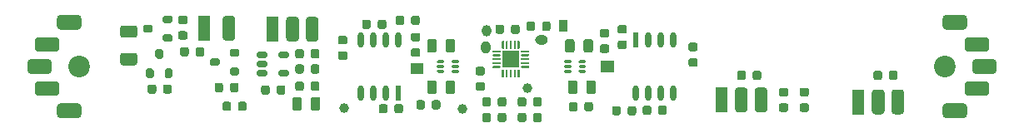
<source format=gbs>
%TF.GenerationSoftware,KiCad,Pcbnew,5.1.10-88a1d61d58~90~ubuntu20.04.1*%
%TF.CreationDate,2021-10-17T13:06:20+02:00*%
%TF.ProjectId,LightSTICK,4c696768-7453-4544-9943-4b2e6b696361,rev?*%
%TF.SameCoordinates,Original*%
%TF.FileFunction,Soldermask,Bot*%
%TF.FilePolarity,Negative*%
%FSLAX46Y46*%
G04 Gerber Fmt 4.6, Leading zero omitted, Abs format (unit mm)*
G04 Created by KiCad (PCBNEW 5.1.10-88a1d61d58~90~ubuntu20.04.1) date 2021-10-17 13:06:20*
%MOMM*%
%LPD*%
G01*
G04 APERTURE LIST*
%ADD10C,0.100000*%
%ADD11O,0.599440X1.549400*%
%ADD12R,0.599440X1.549400*%
%ADD13O,1.000000X1.300000*%
%ADD14C,1.000000*%
%ADD15O,1.300000X1.000000*%
%ADD16O,1.000000X1.150000*%
%ADD17R,1.700000X1.700000*%
%ADD18R,1.300000X2.540000*%
%ADD19C,2.200000*%
G04 APERTURE END LIST*
D10*
G36*
X95550000Y-52900000D02*
G01*
X94800000Y-52900000D01*
X94800000Y-51750000D01*
X95550000Y-51750000D01*
X95550000Y-52900000D01*
G37*
X95550000Y-52900000D02*
X94800000Y-52900000D01*
X94800000Y-51750000D01*
X95550000Y-51750000D01*
X95550000Y-52900000D01*
G36*
X100300000Y-57000000D02*
G01*
X99000000Y-57000000D01*
X99000000Y-55900000D01*
X100300000Y-55900000D01*
X100300000Y-57000000D01*
G37*
X100300000Y-57000000D02*
X99000000Y-57000000D01*
X99000000Y-55900000D01*
X100300000Y-55900000D01*
X100300000Y-57000000D01*
G36*
X80900000Y-57200000D02*
G01*
X79700000Y-57200000D01*
X79700000Y-56200000D01*
X80900000Y-56200000D01*
X80900000Y-57200000D01*
G37*
X80900000Y-57200000D02*
X79700000Y-57200000D01*
X79700000Y-56200000D01*
X80900000Y-56200000D01*
X80900000Y-57200000D01*
%TO.C,R1*%
G36*
G01*
X91475000Y-52656250D02*
X91475000Y-52143750D01*
G75*
G02*
X91693750Y-51925000I218750J0D01*
G01*
X92131250Y-51925000D01*
G75*
G02*
X92350000Y-52143750I0J-218750D01*
G01*
X92350000Y-52656250D01*
G75*
G02*
X92131250Y-52875000I-218750J0D01*
G01*
X91693750Y-52875000D01*
G75*
G02*
X91475000Y-52656250I0J218750D01*
G01*
G37*
G36*
G01*
X93050000Y-52656250D02*
X93050000Y-52143750D01*
G75*
G02*
X93268750Y-51925000I218750J0D01*
G01*
X93706250Y-51925000D01*
G75*
G02*
X93925000Y-52143750I0J-218750D01*
G01*
X93925000Y-52656250D01*
G75*
G02*
X93706250Y-52875000I-218750J0D01*
G01*
X93268750Y-52875000D01*
G75*
G02*
X93050000Y-52656250I0J218750D01*
G01*
G37*
%TD*%
D11*
%TO.C,U4*%
X102595000Y-59197480D03*
X103865000Y-59197480D03*
X105135000Y-59197480D03*
X106405000Y-59197480D03*
X106405000Y-53802520D03*
X105135000Y-53802520D03*
X103865000Y-53802520D03*
D12*
X102595000Y-53802520D03*
%TD*%
D13*
%TO.C,J17*%
X87300000Y-54550000D03*
%TD*%
D14*
%TO.C,J19*%
X91550000Y-58700000D03*
%TD*%
D15*
%TO.C,J15*%
X93000000Y-53800000D03*
%TD*%
D16*
%TO.C,J16*%
X87400000Y-52850000D03*
%TD*%
D14*
%TO.C,J18*%
X72950000Y-60700000D03*
%TD*%
%TO.C,IC1*%
G36*
G01*
X66270000Y-57362500D02*
X66270000Y-57037500D01*
G75*
G02*
X66432500Y-56875000I162500J0D01*
G01*
X67167500Y-56875000D01*
G75*
G02*
X67330000Y-57037500I0J-162500D01*
G01*
X67330000Y-57362500D01*
G75*
G02*
X67167500Y-57525000I-162500J0D01*
G01*
X66432500Y-57525000D01*
G75*
G02*
X66270000Y-57362500I0J162500D01*
G01*
G37*
G36*
G01*
X66270000Y-55462500D02*
X66270000Y-55137500D01*
G75*
G02*
X66432500Y-54975000I162500J0D01*
G01*
X67167500Y-54975000D01*
G75*
G02*
X67330000Y-55137500I0J-162500D01*
G01*
X67330000Y-55462500D01*
G75*
G02*
X67167500Y-55625000I-162500J0D01*
G01*
X66432500Y-55625000D01*
G75*
G02*
X66270000Y-55462500I0J162500D01*
G01*
G37*
G36*
G01*
X64070000Y-55462500D02*
X64070000Y-55137500D01*
G75*
G02*
X64232500Y-54975000I162500J0D01*
G01*
X64967500Y-54975000D01*
G75*
G02*
X65130000Y-55137500I0J-162500D01*
G01*
X65130000Y-55462500D01*
G75*
G02*
X64967500Y-55625000I-162500J0D01*
G01*
X64232500Y-55625000D01*
G75*
G02*
X64070000Y-55462500I0J162500D01*
G01*
G37*
G36*
G01*
X64070000Y-56412500D02*
X64070000Y-56087500D01*
G75*
G02*
X64232500Y-55925000I162500J0D01*
G01*
X64967500Y-55925000D01*
G75*
G02*
X65130000Y-56087500I0J-162500D01*
G01*
X65130000Y-56412500D01*
G75*
G02*
X64967500Y-56575000I-162500J0D01*
G01*
X64232500Y-56575000D01*
G75*
G02*
X64070000Y-56412500I0J162500D01*
G01*
G37*
G36*
G01*
X64070000Y-57362500D02*
X64070000Y-57037500D01*
G75*
G02*
X64232500Y-56875000I162500J0D01*
G01*
X64967500Y-56875000D01*
G75*
G02*
X65130000Y-57037500I0J-162500D01*
G01*
X65130000Y-57362500D01*
G75*
G02*
X64967500Y-57525000I-162500J0D01*
G01*
X64232500Y-57525000D01*
G75*
G02*
X64070000Y-57362500I0J162500D01*
G01*
G37*
%TD*%
%TO.C,R23*%
G36*
G01*
X67675000Y-60756250D02*
X67675000Y-59843750D01*
G75*
G02*
X67918750Y-59600000I243750J0D01*
G01*
X68406250Y-59600000D01*
G75*
G02*
X68650000Y-59843750I0J-243750D01*
G01*
X68650000Y-60756250D01*
G75*
G02*
X68406250Y-61000000I-243750J0D01*
G01*
X67918750Y-61000000D01*
G75*
G02*
X67675000Y-60756250I0J243750D01*
G01*
G37*
G36*
G01*
X69550000Y-60756250D02*
X69550000Y-59843750D01*
G75*
G02*
X69793750Y-59600000I243750J0D01*
G01*
X70281250Y-59600000D01*
G75*
G02*
X70525000Y-59843750I0J-243750D01*
G01*
X70525000Y-60756250D01*
G75*
G02*
X70281250Y-61000000I-243750J0D01*
G01*
X69793750Y-61000000D01*
G75*
G02*
X69550000Y-60756250I0J243750D01*
G01*
G37*
%TD*%
%TO.C,R22*%
G36*
G01*
X115325000Y-57143750D02*
X115325000Y-57656250D01*
G75*
G02*
X115106250Y-57875000I-218750J0D01*
G01*
X114668750Y-57875000D01*
G75*
G02*
X114450000Y-57656250I0J218750D01*
G01*
X114450000Y-57143750D01*
G75*
G02*
X114668750Y-56925000I218750J0D01*
G01*
X115106250Y-56925000D01*
G75*
G02*
X115325000Y-57143750I0J-218750D01*
G01*
G37*
G36*
G01*
X113750000Y-57143750D02*
X113750000Y-57656250D01*
G75*
G02*
X113531250Y-57875000I-218750J0D01*
G01*
X113093750Y-57875000D01*
G75*
G02*
X112875000Y-57656250I0J218750D01*
G01*
X112875000Y-57143750D01*
G75*
G02*
X113093750Y-56925000I218750J0D01*
G01*
X113531250Y-56925000D01*
G75*
G02*
X113750000Y-57143750I0J-218750D01*
G01*
G37*
%TD*%
%TO.C,R21*%
G36*
G01*
X129175000Y-57143750D02*
X129175000Y-57656250D01*
G75*
G02*
X128956250Y-57875000I-218750J0D01*
G01*
X128518750Y-57875000D01*
G75*
G02*
X128300000Y-57656250I0J218750D01*
G01*
X128300000Y-57143750D01*
G75*
G02*
X128518750Y-56925000I218750J0D01*
G01*
X128956250Y-56925000D01*
G75*
G02*
X129175000Y-57143750I0J-218750D01*
G01*
G37*
G36*
G01*
X127600000Y-57143750D02*
X127600000Y-57656250D01*
G75*
G02*
X127381250Y-57875000I-218750J0D01*
G01*
X126943750Y-57875000D01*
G75*
G02*
X126725000Y-57656250I0J218750D01*
G01*
X126725000Y-57143750D01*
G75*
G02*
X126943750Y-56925000I218750J0D01*
G01*
X127381250Y-56925000D01*
G75*
G02*
X127600000Y-57143750I0J-218750D01*
G01*
G37*
%TD*%
%TO.C,R20*%
G36*
G01*
X55425000Y-58543750D02*
X55425000Y-59056250D01*
G75*
G02*
X55206250Y-59275000I-218750J0D01*
G01*
X54768750Y-59275000D01*
G75*
G02*
X54550000Y-59056250I0J218750D01*
G01*
X54550000Y-58543750D01*
G75*
G02*
X54768750Y-58325000I218750J0D01*
G01*
X55206250Y-58325000D01*
G75*
G02*
X55425000Y-58543750I0J-218750D01*
G01*
G37*
G36*
G01*
X53850000Y-58543750D02*
X53850000Y-59056250D01*
G75*
G02*
X53631250Y-59275000I-218750J0D01*
G01*
X53193750Y-59275000D01*
G75*
G02*
X52975000Y-59056250I0J218750D01*
G01*
X52975000Y-58543750D01*
G75*
G02*
X53193750Y-58325000I218750J0D01*
G01*
X53631250Y-58325000D01*
G75*
G02*
X53850000Y-58543750I0J-218750D01*
G01*
G37*
%TD*%
%TO.C,R19*%
G36*
G01*
X64512500Y-59156250D02*
X64512500Y-58643750D01*
G75*
G02*
X64731250Y-58425000I218750J0D01*
G01*
X65168750Y-58425000D01*
G75*
G02*
X65387500Y-58643750I0J-218750D01*
G01*
X65387500Y-59156250D01*
G75*
G02*
X65168750Y-59375000I-218750J0D01*
G01*
X64731250Y-59375000D01*
G75*
G02*
X64512500Y-59156250I0J218750D01*
G01*
G37*
G36*
G01*
X66087500Y-59156250D02*
X66087500Y-58643750D01*
G75*
G02*
X66306250Y-58425000I218750J0D01*
G01*
X66743750Y-58425000D01*
G75*
G02*
X66962500Y-58643750I0J-218750D01*
G01*
X66962500Y-59156250D01*
G75*
G02*
X66743750Y-59375000I-218750J0D01*
G01*
X66306250Y-59375000D01*
G75*
G02*
X66087500Y-59156250I0J218750D01*
G01*
G37*
%TD*%
%TO.C,R18*%
G36*
G01*
X60575000Y-60806250D02*
X60575000Y-60293750D01*
G75*
G02*
X60793750Y-60075000I218750J0D01*
G01*
X61231250Y-60075000D01*
G75*
G02*
X61450000Y-60293750I0J-218750D01*
G01*
X61450000Y-60806250D01*
G75*
G02*
X61231250Y-61025000I-218750J0D01*
G01*
X60793750Y-61025000D01*
G75*
G02*
X60575000Y-60806250I0J218750D01*
G01*
G37*
G36*
G01*
X62150000Y-60806250D02*
X62150000Y-60293750D01*
G75*
G02*
X62368750Y-60075000I218750J0D01*
G01*
X62806250Y-60075000D01*
G75*
G02*
X63025000Y-60293750I0J-218750D01*
G01*
X63025000Y-60806250D01*
G75*
G02*
X62806250Y-61025000I-218750J0D01*
G01*
X62368750Y-61025000D01*
G75*
G02*
X62150000Y-60806250I0J218750D01*
G01*
G37*
%TD*%
%TO.C,Q4*%
G36*
G01*
X55300000Y-57700000D02*
X54900000Y-57700000D01*
G75*
G02*
X54700000Y-57500000I0J200000D01*
G01*
X54700000Y-56900000D01*
G75*
G02*
X54900000Y-56700000I200000J0D01*
G01*
X55300000Y-56700000D01*
G75*
G02*
X55500000Y-56900000I0J-200000D01*
G01*
X55500000Y-57500000D01*
G75*
G02*
X55300000Y-57700000I-200000J0D01*
G01*
G37*
G36*
G01*
X53400000Y-57700000D02*
X53000000Y-57700000D01*
G75*
G02*
X52800000Y-57500000I0J200000D01*
G01*
X52800000Y-56900000D01*
G75*
G02*
X53000000Y-56700000I200000J0D01*
G01*
X53400000Y-56700000D01*
G75*
G02*
X53600000Y-56900000I0J-200000D01*
G01*
X53600000Y-57500000D01*
G75*
G02*
X53400000Y-57700000I-200000J0D01*
G01*
G37*
G36*
G01*
X54350000Y-55700000D02*
X53950000Y-55700000D01*
G75*
G02*
X53750000Y-55500000I0J200000D01*
G01*
X53750000Y-54900000D01*
G75*
G02*
X53950000Y-54700000I200000J0D01*
G01*
X54350000Y-54700000D01*
G75*
G02*
X54550000Y-54900000I0J-200000D01*
G01*
X54550000Y-55500000D01*
G75*
G02*
X54350000Y-55700000I-200000J0D01*
G01*
G37*
%TD*%
%TO.C,Q3*%
G36*
G01*
X55500000Y-51500000D02*
X55500000Y-51900000D01*
G75*
G02*
X55300000Y-52100000I-200000J0D01*
G01*
X54700000Y-52100000D01*
G75*
G02*
X54500000Y-51900000I0J200000D01*
G01*
X54500000Y-51500000D01*
G75*
G02*
X54700000Y-51300000I200000J0D01*
G01*
X55300000Y-51300000D01*
G75*
G02*
X55500000Y-51500000I0J-200000D01*
G01*
G37*
G36*
G01*
X55500000Y-53400000D02*
X55500000Y-53800000D01*
G75*
G02*
X55300000Y-54000000I-200000J0D01*
G01*
X54700000Y-54000000D01*
G75*
G02*
X54500000Y-53800000I0J200000D01*
G01*
X54500000Y-53400000D01*
G75*
G02*
X54700000Y-53200000I200000J0D01*
G01*
X55300000Y-53200000D01*
G75*
G02*
X55500000Y-53400000I0J-200000D01*
G01*
G37*
G36*
G01*
X53500000Y-52450000D02*
X53500000Y-52850000D01*
G75*
G02*
X53300000Y-53050000I-200000J0D01*
G01*
X52700000Y-53050000D01*
G75*
G02*
X52500000Y-52850000I0J200000D01*
G01*
X52500000Y-52450000D01*
G75*
G02*
X52700000Y-52250000I200000J0D01*
G01*
X53300000Y-52250000D01*
G75*
G02*
X53500000Y-52450000I0J-200000D01*
G01*
G37*
%TD*%
%TO.C,C16*%
G36*
G01*
X67975000Y-58756250D02*
X67975000Y-58243750D01*
G75*
G02*
X68193750Y-58025000I218750J0D01*
G01*
X68631250Y-58025000D01*
G75*
G02*
X68850000Y-58243750I0J-218750D01*
G01*
X68850000Y-58756250D01*
G75*
G02*
X68631250Y-58975000I-218750J0D01*
G01*
X68193750Y-58975000D01*
G75*
G02*
X67975000Y-58756250I0J218750D01*
G01*
G37*
G36*
G01*
X69550000Y-58756250D02*
X69550000Y-58243750D01*
G75*
G02*
X69768750Y-58025000I218750J0D01*
G01*
X70206250Y-58025000D01*
G75*
G02*
X70425000Y-58243750I0J-218750D01*
G01*
X70425000Y-58756250D01*
G75*
G02*
X70206250Y-58975000I-218750J0D01*
G01*
X69768750Y-58975000D01*
G75*
G02*
X69550000Y-58756250I0J218750D01*
G01*
G37*
%TD*%
%TO.C,R17*%
G36*
G01*
X86518750Y-56525000D02*
X87031250Y-56525000D01*
G75*
G02*
X87250000Y-56743750I0J-218750D01*
G01*
X87250000Y-57181250D01*
G75*
G02*
X87031250Y-57400000I-218750J0D01*
G01*
X86518750Y-57400000D01*
G75*
G02*
X86300000Y-57181250I0J218750D01*
G01*
X86300000Y-56743750D01*
G75*
G02*
X86518750Y-56525000I218750J0D01*
G01*
G37*
G36*
G01*
X86518750Y-58100000D02*
X87031250Y-58100000D01*
G75*
G02*
X87250000Y-58318750I0J-218750D01*
G01*
X87250000Y-58756250D01*
G75*
G02*
X87031250Y-58975000I-218750J0D01*
G01*
X86518750Y-58975000D01*
G75*
G02*
X86300000Y-58756250I0J218750D01*
G01*
X86300000Y-58318750D01*
G75*
G02*
X86518750Y-58100000I218750J0D01*
G01*
G37*
%TD*%
D10*
%TO.C,U6*%
G36*
X89174039Y-54659755D02*
G01*
X89171194Y-54669134D01*
X89166573Y-54677779D01*
X89160355Y-54685355D01*
X89152779Y-54691573D01*
X89144134Y-54696194D01*
X89134755Y-54699039D01*
X89125000Y-54700000D01*
X89075711Y-54700000D01*
X89065956Y-54699039D01*
X89056577Y-54696194D01*
X89047932Y-54691573D01*
X89040356Y-54685355D01*
X88989645Y-54634644D01*
X88983427Y-54627068D01*
X88978806Y-54618423D01*
X88975961Y-54609044D01*
X88975000Y-54599289D01*
X88975000Y-53950000D01*
X88975961Y-53940245D01*
X88978806Y-53930866D01*
X88983427Y-53922221D01*
X88989645Y-53914645D01*
X88997221Y-53908427D01*
X89005866Y-53903806D01*
X89015245Y-53900961D01*
X89025000Y-53900000D01*
X89125000Y-53900000D01*
X89134755Y-53900961D01*
X89144134Y-53903806D01*
X89152779Y-53908427D01*
X89160355Y-53914645D01*
X89166573Y-53922221D01*
X89171194Y-53930866D01*
X89174039Y-53940245D01*
X89175000Y-53950000D01*
X89175000Y-54650000D01*
X89174039Y-54659755D01*
G37*
G36*
G01*
X89425000Y-53900000D02*
X89525000Y-53900000D01*
G75*
G02*
X89575000Y-53950000I0J-50000D01*
G01*
X89575000Y-54650000D01*
G75*
G02*
X89525000Y-54700000I-50000J0D01*
G01*
X89425000Y-54700000D01*
G75*
G02*
X89375000Y-54650000I0J50000D01*
G01*
X89375000Y-53950000D01*
G75*
G02*
X89425000Y-53900000I50000J0D01*
G01*
G37*
G36*
G01*
X89825000Y-53900000D02*
X89925000Y-53900000D01*
G75*
G02*
X89975000Y-53950000I0J-50000D01*
G01*
X89975000Y-54650000D01*
G75*
G02*
X89925000Y-54700000I-50000J0D01*
G01*
X89825000Y-54700000D01*
G75*
G02*
X89775000Y-54650000I0J50000D01*
G01*
X89775000Y-53950000D01*
G75*
G02*
X89825000Y-53900000I50000J0D01*
G01*
G37*
G36*
G01*
X90225000Y-53900000D02*
X90325000Y-53900000D01*
G75*
G02*
X90375000Y-53950000I0J-50000D01*
G01*
X90375000Y-54650000D01*
G75*
G02*
X90325000Y-54700000I-50000J0D01*
G01*
X90225000Y-54700000D01*
G75*
G02*
X90175000Y-54650000I0J50000D01*
G01*
X90175000Y-53950000D01*
G75*
G02*
X90225000Y-53900000I50000J0D01*
G01*
G37*
G36*
X90774039Y-54609044D02*
G01*
X90771194Y-54618423D01*
X90766573Y-54627068D01*
X90760355Y-54634644D01*
X90709644Y-54685355D01*
X90702068Y-54691573D01*
X90693423Y-54696194D01*
X90684044Y-54699039D01*
X90674289Y-54700000D01*
X90625000Y-54700000D01*
X90615245Y-54699039D01*
X90605866Y-54696194D01*
X90597221Y-54691573D01*
X90589645Y-54685355D01*
X90583427Y-54677779D01*
X90578806Y-54669134D01*
X90575961Y-54659755D01*
X90575000Y-54650000D01*
X90575000Y-53950000D01*
X90575961Y-53940245D01*
X90578806Y-53930866D01*
X90583427Y-53922221D01*
X90589645Y-53914645D01*
X90597221Y-53908427D01*
X90605866Y-53903806D01*
X90615245Y-53900961D01*
X90625000Y-53900000D01*
X90725000Y-53900000D01*
X90734755Y-53900961D01*
X90744134Y-53903806D01*
X90752779Y-53908427D01*
X90760355Y-53914645D01*
X90766573Y-53922221D01*
X90771194Y-53930866D01*
X90774039Y-53940245D01*
X90775000Y-53950000D01*
X90775000Y-54599289D01*
X90774039Y-54609044D01*
G37*
G36*
X91724039Y-55009755D02*
G01*
X91721194Y-55019134D01*
X91716573Y-55027779D01*
X91710355Y-55035355D01*
X91702779Y-55041573D01*
X91694134Y-55046194D01*
X91684755Y-55049039D01*
X91675000Y-55050000D01*
X90975000Y-55050000D01*
X90965245Y-55049039D01*
X90955866Y-55046194D01*
X90947221Y-55041573D01*
X90939645Y-55035355D01*
X90933427Y-55027779D01*
X90928806Y-55019134D01*
X90925961Y-55009755D01*
X90925000Y-55000000D01*
X90925000Y-54950711D01*
X90925961Y-54940956D01*
X90928806Y-54931577D01*
X90933427Y-54922932D01*
X90939645Y-54915356D01*
X90990356Y-54864645D01*
X90997932Y-54858427D01*
X91006577Y-54853806D01*
X91015956Y-54850961D01*
X91025711Y-54850000D01*
X91675000Y-54850000D01*
X91684755Y-54850961D01*
X91694134Y-54853806D01*
X91702779Y-54858427D01*
X91710355Y-54864645D01*
X91716573Y-54872221D01*
X91721194Y-54880866D01*
X91724039Y-54890245D01*
X91725000Y-54900000D01*
X91725000Y-55000000D01*
X91724039Y-55009755D01*
G37*
G36*
G01*
X90975000Y-55250000D02*
X91675000Y-55250000D01*
G75*
G02*
X91725000Y-55300000I0J-50000D01*
G01*
X91725000Y-55400000D01*
G75*
G02*
X91675000Y-55450000I-50000J0D01*
G01*
X90975000Y-55450000D01*
G75*
G02*
X90925000Y-55400000I0J50000D01*
G01*
X90925000Y-55300000D01*
G75*
G02*
X90975000Y-55250000I50000J0D01*
G01*
G37*
G36*
G01*
X90975000Y-55650000D02*
X91675000Y-55650000D01*
G75*
G02*
X91725000Y-55700000I0J-50000D01*
G01*
X91725000Y-55800000D01*
G75*
G02*
X91675000Y-55850000I-50000J0D01*
G01*
X90975000Y-55850000D01*
G75*
G02*
X90925000Y-55800000I0J50000D01*
G01*
X90925000Y-55700000D01*
G75*
G02*
X90975000Y-55650000I50000J0D01*
G01*
G37*
G36*
G01*
X90975000Y-56050000D02*
X91675000Y-56050000D01*
G75*
G02*
X91725000Y-56100000I0J-50000D01*
G01*
X91725000Y-56200000D01*
G75*
G02*
X91675000Y-56250000I-50000J0D01*
G01*
X90975000Y-56250000D01*
G75*
G02*
X90925000Y-56200000I0J50000D01*
G01*
X90925000Y-56100000D01*
G75*
G02*
X90975000Y-56050000I50000J0D01*
G01*
G37*
G36*
X91724039Y-56609755D02*
G01*
X91721194Y-56619134D01*
X91716573Y-56627779D01*
X91710355Y-56635355D01*
X91702779Y-56641573D01*
X91694134Y-56646194D01*
X91684755Y-56649039D01*
X91675000Y-56650000D01*
X91025711Y-56650000D01*
X91015956Y-56649039D01*
X91006577Y-56646194D01*
X90997932Y-56641573D01*
X90990356Y-56635355D01*
X90939645Y-56584644D01*
X90933427Y-56577068D01*
X90928806Y-56568423D01*
X90925961Y-56559044D01*
X90925000Y-56549289D01*
X90925000Y-56500000D01*
X90925961Y-56490245D01*
X90928806Y-56480866D01*
X90933427Y-56472221D01*
X90939645Y-56464645D01*
X90947221Y-56458427D01*
X90955866Y-56453806D01*
X90965245Y-56450961D01*
X90975000Y-56450000D01*
X91675000Y-56450000D01*
X91684755Y-56450961D01*
X91694134Y-56453806D01*
X91702779Y-56458427D01*
X91710355Y-56464645D01*
X91716573Y-56472221D01*
X91721194Y-56480866D01*
X91724039Y-56490245D01*
X91725000Y-56500000D01*
X91725000Y-56600000D01*
X91724039Y-56609755D01*
G37*
G36*
X90774039Y-57559755D02*
G01*
X90771194Y-57569134D01*
X90766573Y-57577779D01*
X90760355Y-57585355D01*
X90752779Y-57591573D01*
X90744134Y-57596194D01*
X90734755Y-57599039D01*
X90725000Y-57600000D01*
X90625000Y-57600000D01*
X90615245Y-57599039D01*
X90605866Y-57596194D01*
X90597221Y-57591573D01*
X90589645Y-57585355D01*
X90583427Y-57577779D01*
X90578806Y-57569134D01*
X90575961Y-57559755D01*
X90575000Y-57550000D01*
X90575000Y-56850000D01*
X90575961Y-56840245D01*
X90578806Y-56830866D01*
X90583427Y-56822221D01*
X90589645Y-56814645D01*
X90597221Y-56808427D01*
X90605866Y-56803806D01*
X90615245Y-56800961D01*
X90625000Y-56800000D01*
X90674289Y-56800000D01*
X90684044Y-56800961D01*
X90693423Y-56803806D01*
X90702068Y-56808427D01*
X90709644Y-56814645D01*
X90760355Y-56865356D01*
X90766573Y-56872932D01*
X90771194Y-56881577D01*
X90774039Y-56890956D01*
X90775000Y-56900711D01*
X90775000Y-57550000D01*
X90774039Y-57559755D01*
G37*
G36*
G01*
X90225000Y-56800000D02*
X90325000Y-56800000D01*
G75*
G02*
X90375000Y-56850000I0J-50000D01*
G01*
X90375000Y-57550000D01*
G75*
G02*
X90325000Y-57600000I-50000J0D01*
G01*
X90225000Y-57600000D01*
G75*
G02*
X90175000Y-57550000I0J50000D01*
G01*
X90175000Y-56850000D01*
G75*
G02*
X90225000Y-56800000I50000J0D01*
G01*
G37*
G36*
G01*
X89825000Y-56800000D02*
X89925000Y-56800000D01*
G75*
G02*
X89975000Y-56850000I0J-50000D01*
G01*
X89975000Y-57550000D01*
G75*
G02*
X89925000Y-57600000I-50000J0D01*
G01*
X89825000Y-57600000D01*
G75*
G02*
X89775000Y-57550000I0J50000D01*
G01*
X89775000Y-56850000D01*
G75*
G02*
X89825000Y-56800000I50000J0D01*
G01*
G37*
G36*
G01*
X89425000Y-56800000D02*
X89525000Y-56800000D01*
G75*
G02*
X89575000Y-56850000I0J-50000D01*
G01*
X89575000Y-57550000D01*
G75*
G02*
X89525000Y-57600000I-50000J0D01*
G01*
X89425000Y-57600000D01*
G75*
G02*
X89375000Y-57550000I0J50000D01*
G01*
X89375000Y-56850000D01*
G75*
G02*
X89425000Y-56800000I50000J0D01*
G01*
G37*
G36*
X89174039Y-57559755D02*
G01*
X89171194Y-57569134D01*
X89166573Y-57577779D01*
X89160355Y-57585355D01*
X89152779Y-57591573D01*
X89144134Y-57596194D01*
X89134755Y-57599039D01*
X89125000Y-57600000D01*
X89025000Y-57600000D01*
X89015245Y-57599039D01*
X89005866Y-57596194D01*
X88997221Y-57591573D01*
X88989645Y-57585355D01*
X88983427Y-57577779D01*
X88978806Y-57569134D01*
X88975961Y-57559755D01*
X88975000Y-57550000D01*
X88975000Y-56900711D01*
X88975961Y-56890956D01*
X88978806Y-56881577D01*
X88983427Y-56872932D01*
X88989645Y-56865356D01*
X89040356Y-56814645D01*
X89047932Y-56808427D01*
X89056577Y-56803806D01*
X89065956Y-56800961D01*
X89075711Y-56800000D01*
X89125000Y-56800000D01*
X89134755Y-56800961D01*
X89144134Y-56803806D01*
X89152779Y-56808427D01*
X89160355Y-56814645D01*
X89166573Y-56822221D01*
X89171194Y-56830866D01*
X89174039Y-56840245D01*
X89175000Y-56850000D01*
X89175000Y-57550000D01*
X89174039Y-57559755D01*
G37*
G36*
X88824039Y-56559044D02*
G01*
X88821194Y-56568423D01*
X88816573Y-56577068D01*
X88810355Y-56584644D01*
X88759644Y-56635355D01*
X88752068Y-56641573D01*
X88743423Y-56646194D01*
X88734044Y-56649039D01*
X88724289Y-56650000D01*
X88075000Y-56650000D01*
X88065245Y-56649039D01*
X88055866Y-56646194D01*
X88047221Y-56641573D01*
X88039645Y-56635355D01*
X88033427Y-56627779D01*
X88028806Y-56619134D01*
X88025961Y-56609755D01*
X88025000Y-56600000D01*
X88025000Y-56500000D01*
X88025961Y-56490245D01*
X88028806Y-56480866D01*
X88033427Y-56472221D01*
X88039645Y-56464645D01*
X88047221Y-56458427D01*
X88055866Y-56453806D01*
X88065245Y-56450961D01*
X88075000Y-56450000D01*
X88775000Y-56450000D01*
X88784755Y-56450961D01*
X88794134Y-56453806D01*
X88802779Y-56458427D01*
X88810355Y-56464645D01*
X88816573Y-56472221D01*
X88821194Y-56480866D01*
X88824039Y-56490245D01*
X88825000Y-56500000D01*
X88825000Y-56549289D01*
X88824039Y-56559044D01*
G37*
G36*
G01*
X88075000Y-56050000D02*
X88775000Y-56050000D01*
G75*
G02*
X88825000Y-56100000I0J-50000D01*
G01*
X88825000Y-56200000D01*
G75*
G02*
X88775000Y-56250000I-50000J0D01*
G01*
X88075000Y-56250000D01*
G75*
G02*
X88025000Y-56200000I0J50000D01*
G01*
X88025000Y-56100000D01*
G75*
G02*
X88075000Y-56050000I50000J0D01*
G01*
G37*
G36*
G01*
X88075000Y-55650000D02*
X88775000Y-55650000D01*
G75*
G02*
X88825000Y-55700000I0J-50000D01*
G01*
X88825000Y-55800000D01*
G75*
G02*
X88775000Y-55850000I-50000J0D01*
G01*
X88075000Y-55850000D01*
G75*
G02*
X88025000Y-55800000I0J50000D01*
G01*
X88025000Y-55700000D01*
G75*
G02*
X88075000Y-55650000I50000J0D01*
G01*
G37*
G36*
G01*
X88075000Y-55250000D02*
X88775000Y-55250000D01*
G75*
G02*
X88825000Y-55300000I0J-50000D01*
G01*
X88825000Y-55400000D01*
G75*
G02*
X88775000Y-55450000I-50000J0D01*
G01*
X88075000Y-55450000D01*
G75*
G02*
X88025000Y-55400000I0J50000D01*
G01*
X88025000Y-55300000D01*
G75*
G02*
X88075000Y-55250000I50000J0D01*
G01*
G37*
G36*
X88824039Y-55009755D02*
G01*
X88821194Y-55019134D01*
X88816573Y-55027779D01*
X88810355Y-55035355D01*
X88802779Y-55041573D01*
X88794134Y-55046194D01*
X88784755Y-55049039D01*
X88775000Y-55050000D01*
X88075000Y-55050000D01*
X88065245Y-55049039D01*
X88055866Y-55046194D01*
X88047221Y-55041573D01*
X88039645Y-55035355D01*
X88033427Y-55027779D01*
X88028806Y-55019134D01*
X88025961Y-55009755D01*
X88025000Y-55000000D01*
X88025000Y-54900000D01*
X88025961Y-54890245D01*
X88028806Y-54880866D01*
X88033427Y-54872221D01*
X88039645Y-54864645D01*
X88047221Y-54858427D01*
X88055866Y-54853806D01*
X88065245Y-54850961D01*
X88075000Y-54850000D01*
X88724289Y-54850000D01*
X88734044Y-54850961D01*
X88743423Y-54853806D01*
X88752068Y-54858427D01*
X88759644Y-54864645D01*
X88810355Y-54915356D01*
X88816573Y-54922932D01*
X88821194Y-54931577D01*
X88824039Y-54940956D01*
X88825000Y-54950711D01*
X88825000Y-55000000D01*
X88824039Y-55009755D01*
G37*
D17*
X89875000Y-55750000D03*
%TD*%
%TO.C,Q1*%
G36*
G01*
X82350000Y-57015000D02*
X82350000Y-56985000D01*
G75*
G02*
X82485000Y-56850000I135000J0D01*
G01*
X83015000Y-56850000D01*
G75*
G02*
X83150000Y-56985000I0J-135000D01*
G01*
X83150000Y-57015000D01*
G75*
G02*
X83015000Y-57150000I-135000J0D01*
G01*
X82485000Y-57150000D01*
G75*
G02*
X82350000Y-57015000I0J135000D01*
G01*
G37*
G36*
G01*
X82350000Y-56015000D02*
X82350000Y-55985000D01*
G75*
G02*
X82485000Y-55850000I135000J0D01*
G01*
X83015000Y-55850000D01*
G75*
G02*
X83150000Y-55985000I0J-135000D01*
G01*
X83150000Y-56015000D01*
G75*
G02*
X83015000Y-56150000I-135000J0D01*
G01*
X82485000Y-56150000D01*
G75*
G02*
X82350000Y-56015000I0J135000D01*
G01*
G37*
G36*
G01*
X83850000Y-57015000D02*
X83850000Y-56985000D01*
G75*
G02*
X83985000Y-56850000I135000J0D01*
G01*
X84515000Y-56850000D01*
G75*
G02*
X84650000Y-56985000I0J-135000D01*
G01*
X84650000Y-57015000D01*
G75*
G02*
X84515000Y-57150000I-135000J0D01*
G01*
X83985000Y-57150000D01*
G75*
G02*
X83850000Y-57015000I0J135000D01*
G01*
G37*
G36*
G01*
X82350000Y-56515000D02*
X82350000Y-56485000D01*
G75*
G02*
X82485000Y-56350000I135000J0D01*
G01*
X83015000Y-56350000D01*
G75*
G02*
X83150000Y-56485000I0J-135000D01*
G01*
X83150000Y-56515000D01*
G75*
G02*
X83015000Y-56650000I-135000J0D01*
G01*
X82485000Y-56650000D01*
G75*
G02*
X82350000Y-56515000I0J135000D01*
G01*
G37*
G36*
G01*
X83850000Y-56015000D02*
X83850000Y-55985000D01*
G75*
G02*
X83985000Y-55850000I135000J0D01*
G01*
X84515000Y-55850000D01*
G75*
G02*
X84650000Y-55985000I0J-135000D01*
G01*
X84650000Y-56015000D01*
G75*
G02*
X84515000Y-56150000I-135000J0D01*
G01*
X83985000Y-56150000D01*
G75*
G02*
X83850000Y-56015000I0J135000D01*
G01*
G37*
G36*
G01*
X83850000Y-56515000D02*
X83850000Y-56485000D01*
G75*
G02*
X83985000Y-56350000I135000J0D01*
G01*
X84515000Y-56350000D01*
G75*
G02*
X84650000Y-56485000I0J-135000D01*
G01*
X84650000Y-56515000D01*
G75*
G02*
X84515000Y-56650000I-135000J0D01*
G01*
X83985000Y-56650000D01*
G75*
G02*
X83850000Y-56515000I0J135000D01*
G01*
G37*
%TD*%
%TO.C,Q2*%
G36*
G01*
X97550000Y-55985000D02*
X97550000Y-56015000D01*
G75*
G02*
X97415000Y-56150000I-135000J0D01*
G01*
X96885000Y-56150000D01*
G75*
G02*
X96750000Y-56015000I0J135000D01*
G01*
X96750000Y-55985000D01*
G75*
G02*
X96885000Y-55850000I135000J0D01*
G01*
X97415000Y-55850000D01*
G75*
G02*
X97550000Y-55985000I0J-135000D01*
G01*
G37*
G36*
G01*
X97550000Y-56985000D02*
X97550000Y-57015000D01*
G75*
G02*
X97415000Y-57150000I-135000J0D01*
G01*
X96885000Y-57150000D01*
G75*
G02*
X96750000Y-57015000I0J135000D01*
G01*
X96750000Y-56985000D01*
G75*
G02*
X96885000Y-56850000I135000J0D01*
G01*
X97415000Y-56850000D01*
G75*
G02*
X97550000Y-56985000I0J-135000D01*
G01*
G37*
G36*
G01*
X96050000Y-55985000D02*
X96050000Y-56015000D01*
G75*
G02*
X95915000Y-56150000I-135000J0D01*
G01*
X95385000Y-56150000D01*
G75*
G02*
X95250000Y-56015000I0J135000D01*
G01*
X95250000Y-55985000D01*
G75*
G02*
X95385000Y-55850000I135000J0D01*
G01*
X95915000Y-55850000D01*
G75*
G02*
X96050000Y-55985000I0J-135000D01*
G01*
G37*
G36*
G01*
X97550000Y-56485000D02*
X97550000Y-56515000D01*
G75*
G02*
X97415000Y-56650000I-135000J0D01*
G01*
X96885000Y-56650000D01*
G75*
G02*
X96750000Y-56515000I0J135000D01*
G01*
X96750000Y-56485000D01*
G75*
G02*
X96885000Y-56350000I135000J0D01*
G01*
X97415000Y-56350000D01*
G75*
G02*
X97550000Y-56485000I0J-135000D01*
G01*
G37*
G36*
G01*
X96050000Y-56985000D02*
X96050000Y-57015000D01*
G75*
G02*
X95915000Y-57150000I-135000J0D01*
G01*
X95385000Y-57150000D01*
G75*
G02*
X95250000Y-57015000I0J135000D01*
G01*
X95250000Y-56985000D01*
G75*
G02*
X95385000Y-56850000I135000J0D01*
G01*
X95915000Y-56850000D01*
G75*
G02*
X96050000Y-56985000I0J-135000D01*
G01*
G37*
G36*
G01*
X96050000Y-56485000D02*
X96050000Y-56515000D01*
G75*
G02*
X95915000Y-56650000I-135000J0D01*
G01*
X95385000Y-56650000D01*
G75*
G02*
X95250000Y-56515000I0J135000D01*
G01*
X95250000Y-56485000D01*
G75*
G02*
X95385000Y-56350000I135000J0D01*
G01*
X95915000Y-56350000D01*
G75*
G02*
X96050000Y-56485000I0J-135000D01*
G01*
G37*
%TD*%
%TO.C,R16*%
G36*
G01*
X67975000Y-57006250D02*
X67975000Y-56493750D01*
G75*
G02*
X68193750Y-56275000I218750J0D01*
G01*
X68631250Y-56275000D01*
G75*
G02*
X68850000Y-56493750I0J-218750D01*
G01*
X68850000Y-57006250D01*
G75*
G02*
X68631250Y-57225000I-218750J0D01*
G01*
X68193750Y-57225000D01*
G75*
G02*
X67975000Y-57006250I0J218750D01*
G01*
G37*
G36*
G01*
X69550000Y-57006250D02*
X69550000Y-56493750D01*
G75*
G02*
X69768750Y-56275000I218750J0D01*
G01*
X70206250Y-56275000D01*
G75*
G02*
X70425000Y-56493750I0J-218750D01*
G01*
X70425000Y-57006250D01*
G75*
G02*
X70206250Y-57225000I-218750J0D01*
G01*
X69768750Y-57225000D01*
G75*
G02*
X69550000Y-57006250I0J218750D01*
G01*
G37*
%TD*%
%TO.C,C14*%
G36*
G01*
X51675000Y-56375000D02*
X50425000Y-56375000D01*
G75*
G02*
X50175000Y-56125000I0J250000D01*
G01*
X50175000Y-55375000D01*
G75*
G02*
X50425000Y-55125000I250000J0D01*
G01*
X51675000Y-55125000D01*
G75*
G02*
X51925000Y-55375000I0J-250000D01*
G01*
X51925000Y-56125000D01*
G75*
G02*
X51675000Y-56375000I-250000J0D01*
G01*
G37*
G36*
G01*
X51675000Y-53575000D02*
X50425000Y-53575000D01*
G75*
G02*
X50175000Y-53325000I0J250000D01*
G01*
X50175000Y-52575000D01*
G75*
G02*
X50425000Y-52325000I250000J0D01*
G01*
X51675000Y-52325000D01*
G75*
G02*
X51925000Y-52575000I0J-250000D01*
G01*
X51925000Y-53325000D01*
G75*
G02*
X51675000Y-53575000I-250000J0D01*
G01*
G37*
%TD*%
%TO.C,U5*%
G36*
G01*
X69050000Y-53645000D02*
X69050000Y-51755000D01*
G75*
G02*
X69375000Y-51430000I325000J0D01*
G01*
X70025000Y-51430000D01*
G75*
G02*
X70350000Y-51755000I0J-325000D01*
G01*
X70350000Y-53645000D01*
G75*
G02*
X70025000Y-53970000I-325000J0D01*
G01*
X69375000Y-53970000D01*
G75*
G02*
X69050000Y-53645000I0J325000D01*
G01*
G37*
G36*
G01*
X67050000Y-53645000D02*
X67050000Y-51755000D01*
G75*
G02*
X67375000Y-51430000I325000J0D01*
G01*
X68025000Y-51430000D01*
G75*
G02*
X68350000Y-51755000I0J-325000D01*
G01*
X68350000Y-53645000D01*
G75*
G02*
X68025000Y-53970000I-325000J0D01*
G01*
X67375000Y-53970000D01*
G75*
G02*
X67050000Y-53645000I0J325000D01*
G01*
G37*
D18*
X65700000Y-52700000D03*
%TD*%
%TO.C,C15*%
G36*
G01*
X70425000Y-54943750D02*
X70425000Y-55456250D01*
G75*
G02*
X70206250Y-55675000I-218750J0D01*
G01*
X69768750Y-55675000D01*
G75*
G02*
X69550000Y-55456250I0J218750D01*
G01*
X69550000Y-54943750D01*
G75*
G02*
X69768750Y-54725000I218750J0D01*
G01*
X70206250Y-54725000D01*
G75*
G02*
X70425000Y-54943750I0J-218750D01*
G01*
G37*
G36*
G01*
X68850000Y-54943750D02*
X68850000Y-55456250D01*
G75*
G02*
X68631250Y-55675000I-218750J0D01*
G01*
X68193750Y-55675000D01*
G75*
G02*
X67975000Y-55456250I0J218750D01*
G01*
X67975000Y-54943750D01*
G75*
G02*
X68193750Y-54725000I218750J0D01*
G01*
X68631250Y-54725000D01*
G75*
G02*
X68850000Y-54943750I0J-218750D01*
G01*
G37*
%TD*%
D19*
%TO.C,H2*%
X134000000Y-56500000D03*
%TD*%
%TO.C,H1*%
X46000000Y-56500000D03*
%TD*%
%TO.C,C13*%
G36*
G01*
X88325000Y-52956250D02*
X88325000Y-52443750D01*
G75*
G02*
X88543750Y-52225000I218750J0D01*
G01*
X88981250Y-52225000D01*
G75*
G02*
X89200000Y-52443750I0J-218750D01*
G01*
X89200000Y-52956250D01*
G75*
G02*
X88981250Y-53175000I-218750J0D01*
G01*
X88543750Y-53175000D01*
G75*
G02*
X88325000Y-52956250I0J218750D01*
G01*
G37*
G36*
G01*
X89900000Y-52956250D02*
X89900000Y-52443750D01*
G75*
G02*
X90118750Y-52225000I218750J0D01*
G01*
X90556250Y-52225000D01*
G75*
G02*
X90775000Y-52443750I0J-218750D01*
G01*
X90775000Y-52956250D01*
G75*
G02*
X90556250Y-53175000I-218750J0D01*
G01*
X90118750Y-53175000D01*
G75*
G02*
X89900000Y-52956250I0J218750D01*
G01*
G37*
%TD*%
%TO.C,R6*%
G36*
G01*
X56806250Y-53775000D02*
X56293750Y-53775000D01*
G75*
G02*
X56075000Y-53556250I0J218750D01*
G01*
X56075000Y-53118750D01*
G75*
G02*
X56293750Y-52900000I218750J0D01*
G01*
X56806250Y-52900000D01*
G75*
G02*
X57025000Y-53118750I0J-218750D01*
G01*
X57025000Y-53556250D01*
G75*
G02*
X56806250Y-53775000I-218750J0D01*
G01*
G37*
G36*
G01*
X56806250Y-52200000D02*
X56293750Y-52200000D01*
G75*
G02*
X56075000Y-51981250I0J218750D01*
G01*
X56075000Y-51543750D01*
G75*
G02*
X56293750Y-51325000I218750J0D01*
G01*
X56806250Y-51325000D01*
G75*
G02*
X57025000Y-51543750I0J-218750D01*
G01*
X57025000Y-51981250D01*
G75*
G02*
X56806250Y-52200000I-218750J0D01*
G01*
G37*
%TD*%
%TO.C,J14*%
G36*
G01*
X60580000Y-53545000D02*
X60580000Y-51655000D01*
G75*
G02*
X60905000Y-51330000I325000J0D01*
G01*
X61555000Y-51330000D01*
G75*
G02*
X61880000Y-51655000I0J-325000D01*
G01*
X61880000Y-53545000D01*
G75*
G02*
X61555000Y-53870000I-325000J0D01*
G01*
X60905000Y-53870000D01*
G75*
G02*
X60580000Y-53545000I0J325000D01*
G01*
G37*
D18*
X58690000Y-52600000D03*
%TD*%
%TO.C,C10*%
G36*
G01*
X100175000Y-61256250D02*
X100175000Y-60743750D01*
G75*
G02*
X100393750Y-60525000I218750J0D01*
G01*
X100831250Y-60525000D01*
G75*
G02*
X101050000Y-60743750I0J-218750D01*
G01*
X101050000Y-61256250D01*
G75*
G02*
X100831250Y-61475000I-218750J0D01*
G01*
X100393750Y-61475000D01*
G75*
G02*
X100175000Y-61256250I0J218750D01*
G01*
G37*
G36*
G01*
X101750000Y-61256250D02*
X101750000Y-60743750D01*
G75*
G02*
X101968750Y-60525000I218750J0D01*
G01*
X102406250Y-60525000D01*
G75*
G02*
X102625000Y-60743750I0J-218750D01*
G01*
X102625000Y-61256250D01*
G75*
G02*
X102406250Y-61475000I-218750J0D01*
G01*
X101968750Y-61475000D01*
G75*
G02*
X101750000Y-61256250I0J218750D01*
G01*
G37*
%TD*%
%TO.C,C9*%
G36*
G01*
X103275000Y-61206250D02*
X103275000Y-60693750D01*
G75*
G02*
X103493750Y-60475000I218750J0D01*
G01*
X103931250Y-60475000D01*
G75*
G02*
X104150000Y-60693750I0J-218750D01*
G01*
X104150000Y-61206250D01*
G75*
G02*
X103931250Y-61425000I-218750J0D01*
G01*
X103493750Y-61425000D01*
G75*
G02*
X103275000Y-61206250I0J218750D01*
G01*
G37*
G36*
G01*
X104850000Y-61206250D02*
X104850000Y-60693750D01*
G75*
G02*
X105068750Y-60475000I218750J0D01*
G01*
X105506250Y-60475000D01*
G75*
G02*
X105725000Y-60693750I0J-218750D01*
G01*
X105725000Y-61206250D01*
G75*
G02*
X105506250Y-61425000I-218750J0D01*
G01*
X105068750Y-61425000D01*
G75*
G02*
X104850000Y-61206250I0J218750D01*
G01*
G37*
%TD*%
%TO.C,C8*%
G36*
G01*
X101456250Y-54725000D02*
X100943750Y-54725000D01*
G75*
G02*
X100725000Y-54506250I0J218750D01*
G01*
X100725000Y-54068750D01*
G75*
G02*
X100943750Y-53850000I218750J0D01*
G01*
X101456250Y-53850000D01*
G75*
G02*
X101675000Y-54068750I0J-218750D01*
G01*
X101675000Y-54506250D01*
G75*
G02*
X101456250Y-54725000I-218750J0D01*
G01*
G37*
G36*
G01*
X101456250Y-53150000D02*
X100943750Y-53150000D01*
G75*
G02*
X100725000Y-52931250I0J218750D01*
G01*
X100725000Y-52493750D01*
G75*
G02*
X100943750Y-52275000I218750J0D01*
G01*
X101456250Y-52275000D01*
G75*
G02*
X101675000Y-52493750I0J-218750D01*
G01*
X101675000Y-52931250D01*
G75*
G02*
X101456250Y-53150000I-218750J0D01*
G01*
G37*
%TD*%
%TO.C,C5*%
G36*
G01*
X78175000Y-52056250D02*
X78175000Y-51543750D01*
G75*
G02*
X78393750Y-51325000I218750J0D01*
G01*
X78831250Y-51325000D01*
G75*
G02*
X79050000Y-51543750I0J-218750D01*
G01*
X79050000Y-52056250D01*
G75*
G02*
X78831250Y-52275000I-218750J0D01*
G01*
X78393750Y-52275000D01*
G75*
G02*
X78175000Y-52056250I0J218750D01*
G01*
G37*
G36*
G01*
X79750000Y-52056250D02*
X79750000Y-51543750D01*
G75*
G02*
X79968750Y-51325000I218750J0D01*
G01*
X80406250Y-51325000D01*
G75*
G02*
X80625000Y-51543750I0J-218750D01*
G01*
X80625000Y-52056250D01*
G75*
G02*
X80406250Y-52275000I-218750J0D01*
G01*
X79968750Y-52275000D01*
G75*
G02*
X79750000Y-52056250I0J218750D01*
G01*
G37*
%TD*%
%TO.C,C3*%
G36*
G01*
X77225000Y-51943750D02*
X77225000Y-52456250D01*
G75*
G02*
X77006250Y-52675000I-218750J0D01*
G01*
X76568750Y-52675000D01*
G75*
G02*
X76350000Y-52456250I0J218750D01*
G01*
X76350000Y-51943750D01*
G75*
G02*
X76568750Y-51725000I218750J0D01*
G01*
X77006250Y-51725000D01*
G75*
G02*
X77225000Y-51943750I0J-218750D01*
G01*
G37*
G36*
G01*
X75650000Y-51943750D02*
X75650000Y-52456250D01*
G75*
G02*
X75431250Y-52675000I-218750J0D01*
G01*
X74993750Y-52675000D01*
G75*
G02*
X74775000Y-52456250I0J218750D01*
G01*
X74775000Y-51943750D01*
G75*
G02*
X74993750Y-51725000I218750J0D01*
G01*
X75431250Y-51725000D01*
G75*
G02*
X75650000Y-51943750I0J-218750D01*
G01*
G37*
%TD*%
%TO.C,C1*%
G36*
G01*
X78925000Y-60543750D02*
X78925000Y-61056250D01*
G75*
G02*
X78706250Y-61275000I-218750J0D01*
G01*
X78268750Y-61275000D01*
G75*
G02*
X78050000Y-61056250I0J218750D01*
G01*
X78050000Y-60543750D01*
G75*
G02*
X78268750Y-60325000I218750J0D01*
G01*
X78706250Y-60325000D01*
G75*
G02*
X78925000Y-60543750I0J-218750D01*
G01*
G37*
G36*
G01*
X77350000Y-60543750D02*
X77350000Y-61056250D01*
G75*
G02*
X77131250Y-61275000I-218750J0D01*
G01*
X76693750Y-61275000D01*
G75*
G02*
X76475000Y-61056250I0J218750D01*
G01*
X76475000Y-60543750D01*
G75*
G02*
X76693750Y-60325000I218750J0D01*
G01*
X77131250Y-60325000D01*
G75*
G02*
X77350000Y-60543750I0J-218750D01*
G01*
G37*
%TD*%
%TO.C,C4*%
G36*
G01*
X119956250Y-61125000D02*
X119443750Y-61125000D01*
G75*
G02*
X119225000Y-60906250I0J218750D01*
G01*
X119225000Y-60468750D01*
G75*
G02*
X119443750Y-60250000I218750J0D01*
G01*
X119956250Y-60250000D01*
G75*
G02*
X120175000Y-60468750I0J-218750D01*
G01*
X120175000Y-60906250D01*
G75*
G02*
X119956250Y-61125000I-218750J0D01*
G01*
G37*
G36*
G01*
X119956250Y-59550000D02*
X119443750Y-59550000D01*
G75*
G02*
X119225000Y-59331250I0J218750D01*
G01*
X119225000Y-58893750D01*
G75*
G02*
X119443750Y-58675000I218750J0D01*
G01*
X119956250Y-58675000D01*
G75*
G02*
X120175000Y-58893750I0J-218750D01*
G01*
X120175000Y-59331250D01*
G75*
G02*
X119956250Y-59550000I-218750J0D01*
G01*
G37*
%TD*%
%TO.C,C2*%
G36*
G01*
X117856250Y-61125000D02*
X117343750Y-61125000D01*
G75*
G02*
X117125000Y-60906250I0J218750D01*
G01*
X117125000Y-60468750D01*
G75*
G02*
X117343750Y-60250000I218750J0D01*
G01*
X117856250Y-60250000D01*
G75*
G02*
X118075000Y-60468750I0J-218750D01*
G01*
X118075000Y-60906250D01*
G75*
G02*
X117856250Y-61125000I-218750J0D01*
G01*
G37*
G36*
G01*
X117856250Y-59550000D02*
X117343750Y-59550000D01*
G75*
G02*
X117125000Y-59331250I0J218750D01*
G01*
X117125000Y-58893750D01*
G75*
G02*
X117343750Y-58675000I218750J0D01*
G01*
X117856250Y-58675000D01*
G75*
G02*
X118075000Y-58893750I0J-218750D01*
G01*
X118075000Y-59331250D01*
G75*
G02*
X117856250Y-59550000I-218750J0D01*
G01*
G37*
%TD*%
%TO.C,R11*%
G36*
G01*
X95675000Y-59056250D02*
X95675000Y-58143750D01*
G75*
G02*
X95918750Y-57900000I243750J0D01*
G01*
X96406250Y-57900000D01*
G75*
G02*
X96650000Y-58143750I0J-243750D01*
G01*
X96650000Y-59056250D01*
G75*
G02*
X96406250Y-59300000I-243750J0D01*
G01*
X95918750Y-59300000D01*
G75*
G02*
X95675000Y-59056250I0J243750D01*
G01*
G37*
G36*
G01*
X97550000Y-59056250D02*
X97550000Y-58143750D01*
G75*
G02*
X97793750Y-57900000I243750J0D01*
G01*
X98281250Y-57900000D01*
G75*
G02*
X98525000Y-58143750I0J-243750D01*
G01*
X98525000Y-59056250D01*
G75*
G02*
X98281250Y-59300000I-243750J0D01*
G01*
X97793750Y-59300000D01*
G75*
G02*
X97550000Y-59056250I0J243750D01*
G01*
G37*
%TD*%
%TO.C,R10*%
G36*
G01*
X95375000Y-54856250D02*
X95375000Y-53943750D01*
G75*
G02*
X95618750Y-53700000I243750J0D01*
G01*
X96106250Y-53700000D01*
G75*
G02*
X96350000Y-53943750I0J-243750D01*
G01*
X96350000Y-54856250D01*
G75*
G02*
X96106250Y-55100000I-243750J0D01*
G01*
X95618750Y-55100000D01*
G75*
G02*
X95375000Y-54856250I0J243750D01*
G01*
G37*
G36*
G01*
X97250000Y-54856250D02*
X97250000Y-53943750D01*
G75*
G02*
X97493750Y-53700000I243750J0D01*
G01*
X97981250Y-53700000D01*
G75*
G02*
X98225000Y-53943750I0J-243750D01*
G01*
X98225000Y-54856250D01*
G75*
G02*
X97981250Y-55100000I-243750J0D01*
G01*
X97493750Y-55100000D01*
G75*
G02*
X97250000Y-54856250I0J243750D01*
G01*
G37*
%TD*%
%TO.C,C12*%
G36*
G01*
X86975000Y-61956250D02*
X86975000Y-61443750D01*
G75*
G02*
X87193750Y-61225000I218750J0D01*
G01*
X87631250Y-61225000D01*
G75*
G02*
X87850000Y-61443750I0J-218750D01*
G01*
X87850000Y-61956250D01*
G75*
G02*
X87631250Y-62175000I-218750J0D01*
G01*
X87193750Y-62175000D01*
G75*
G02*
X86975000Y-61956250I0J218750D01*
G01*
G37*
G36*
G01*
X88550000Y-61956250D02*
X88550000Y-61443750D01*
G75*
G02*
X88768750Y-61225000I218750J0D01*
G01*
X89206250Y-61225000D01*
G75*
G02*
X89425000Y-61443750I0J-218750D01*
G01*
X89425000Y-61956250D01*
G75*
G02*
X89206250Y-62175000I-218750J0D01*
G01*
X88768750Y-62175000D01*
G75*
G02*
X88550000Y-61956250I0J218750D01*
G01*
G37*
%TD*%
%TO.C,C11*%
G36*
G01*
X93025000Y-61443750D02*
X93025000Y-61956250D01*
G75*
G02*
X92806250Y-62175000I-218750J0D01*
G01*
X92368750Y-62175000D01*
G75*
G02*
X92150000Y-61956250I0J218750D01*
G01*
X92150000Y-61443750D01*
G75*
G02*
X92368750Y-61225000I218750J0D01*
G01*
X92806250Y-61225000D01*
G75*
G02*
X93025000Y-61443750I0J-218750D01*
G01*
G37*
G36*
G01*
X91450000Y-61443750D02*
X91450000Y-61956250D01*
G75*
G02*
X91231250Y-62175000I-218750J0D01*
G01*
X90793750Y-62175000D01*
G75*
G02*
X90575000Y-61956250I0J218750D01*
G01*
X90575000Y-61443750D01*
G75*
G02*
X90793750Y-61225000I218750J0D01*
G01*
X91231250Y-61225000D01*
G75*
G02*
X91450000Y-61443750I0J-218750D01*
G01*
G37*
%TD*%
D14*
%TO.C,J13*%
X85000000Y-60850000D03*
%TD*%
%TO.C,C7*%
G36*
G01*
X62225000Y-58393750D02*
X62225000Y-58906250D01*
G75*
G02*
X62006250Y-59125000I-218750J0D01*
G01*
X61568750Y-59125000D01*
G75*
G02*
X61350000Y-58906250I0J218750D01*
G01*
X61350000Y-58393750D01*
G75*
G02*
X61568750Y-58175000I218750J0D01*
G01*
X62006250Y-58175000D01*
G75*
G02*
X62225000Y-58393750I0J-218750D01*
G01*
G37*
G36*
G01*
X60650000Y-58393750D02*
X60650000Y-58906250D01*
G75*
G02*
X60431250Y-59125000I-218750J0D01*
G01*
X59993750Y-59125000D01*
G75*
G02*
X59775000Y-58906250I0J218750D01*
G01*
X59775000Y-58393750D01*
G75*
G02*
X59993750Y-58175000I218750J0D01*
G01*
X60431250Y-58175000D01*
G75*
G02*
X60650000Y-58393750I0J-218750D01*
G01*
G37*
%TD*%
%TO.C,C6*%
G36*
G01*
X58725000Y-54743750D02*
X58725000Y-55256250D01*
G75*
G02*
X58506250Y-55475000I-218750J0D01*
G01*
X58068750Y-55475000D01*
G75*
G02*
X57850000Y-55256250I0J218750D01*
G01*
X57850000Y-54743750D01*
G75*
G02*
X58068750Y-54525000I218750J0D01*
G01*
X58506250Y-54525000D01*
G75*
G02*
X58725000Y-54743750I0J-218750D01*
G01*
G37*
G36*
G01*
X57150000Y-54743750D02*
X57150000Y-55256250D01*
G75*
G02*
X56931250Y-55475000I-218750J0D01*
G01*
X56493750Y-55475000D01*
G75*
G02*
X56275000Y-55256250I0J218750D01*
G01*
X56275000Y-54743750D01*
G75*
G02*
X56493750Y-54525000I218750J0D01*
G01*
X56931250Y-54525000D01*
G75*
G02*
X57150000Y-54743750I0J-218750D01*
G01*
G37*
%TD*%
%TO.C,U3*%
G36*
G01*
X62300000Y-54900000D02*
X62300000Y-55300000D01*
G75*
G02*
X62100000Y-55500000I-200000J0D01*
G01*
X61500000Y-55500000D01*
G75*
G02*
X61300000Y-55300000I0J200000D01*
G01*
X61300000Y-54900000D01*
G75*
G02*
X61500000Y-54700000I200000J0D01*
G01*
X62100000Y-54700000D01*
G75*
G02*
X62300000Y-54900000I0J-200000D01*
G01*
G37*
G36*
G01*
X62300000Y-56800000D02*
X62300000Y-57200000D01*
G75*
G02*
X62100000Y-57400000I-200000J0D01*
G01*
X61500000Y-57400000D01*
G75*
G02*
X61300000Y-57200000I0J200000D01*
G01*
X61300000Y-56800000D01*
G75*
G02*
X61500000Y-56600000I200000J0D01*
G01*
X62100000Y-56600000D01*
G75*
G02*
X62300000Y-56800000I0J-200000D01*
G01*
G37*
G36*
G01*
X60300000Y-55850000D02*
X60300000Y-56250000D01*
G75*
G02*
X60100000Y-56450000I-200000J0D01*
G01*
X59500000Y-56450000D01*
G75*
G02*
X59300000Y-56250000I0J200000D01*
G01*
X59300000Y-55850000D01*
G75*
G02*
X59500000Y-55650000I200000J0D01*
G01*
X60100000Y-55650000D01*
G75*
G02*
X60300000Y-55850000I0J-200000D01*
G01*
G37*
%TD*%
D11*
%TO.C,U1*%
X78405000Y-53802520D03*
X77135000Y-53802520D03*
X75865000Y-53802520D03*
X74595000Y-53802520D03*
X74595000Y-59197480D03*
X75865000Y-59197480D03*
X77135000Y-59197480D03*
D12*
X78405000Y-59197480D03*
%TD*%
%TO.C,R4*%
G36*
G01*
X84225000Y-53943750D02*
X84225000Y-54856250D01*
G75*
G02*
X83981250Y-55100000I-243750J0D01*
G01*
X83493750Y-55100000D01*
G75*
G02*
X83250000Y-54856250I0J243750D01*
G01*
X83250000Y-53943750D01*
G75*
G02*
X83493750Y-53700000I243750J0D01*
G01*
X83981250Y-53700000D01*
G75*
G02*
X84225000Y-53943750I0J-243750D01*
G01*
G37*
G36*
G01*
X82350000Y-53943750D02*
X82350000Y-54856250D01*
G75*
G02*
X82106250Y-55100000I-243750J0D01*
G01*
X81618750Y-55100000D01*
G75*
G02*
X81375000Y-54856250I0J243750D01*
G01*
X81375000Y-53943750D01*
G75*
G02*
X81618750Y-53700000I243750J0D01*
G01*
X82106250Y-53700000D01*
G75*
G02*
X82350000Y-53943750I0J-243750D01*
G01*
G37*
%TD*%
%TO.C,R3*%
G36*
G01*
X84225000Y-58143750D02*
X84225000Y-59056250D01*
G75*
G02*
X83981250Y-59300000I-243750J0D01*
G01*
X83493750Y-59300000D01*
G75*
G02*
X83250000Y-59056250I0J243750D01*
G01*
X83250000Y-58143750D01*
G75*
G02*
X83493750Y-57900000I243750J0D01*
G01*
X83981250Y-57900000D01*
G75*
G02*
X84225000Y-58143750I0J-243750D01*
G01*
G37*
G36*
G01*
X82350000Y-58143750D02*
X82350000Y-59056250D01*
G75*
G02*
X82106250Y-59300000I-243750J0D01*
G01*
X81618750Y-59300000D01*
G75*
G02*
X81375000Y-59056250I0J243750D01*
G01*
X81375000Y-58143750D01*
G75*
G02*
X81618750Y-57900000I243750J0D01*
G01*
X82106250Y-57900000D01*
G75*
G02*
X82350000Y-58143750I0J-243750D01*
G01*
G37*
%TD*%
%TO.C,J12*%
G36*
G01*
X136750000Y-56875000D02*
X136750000Y-56125000D01*
G75*
G02*
X137125000Y-55750000I375000J0D01*
G01*
X138875000Y-55750000D01*
G75*
G02*
X139250000Y-56125000I0J-375000D01*
G01*
X139250000Y-56875000D01*
G75*
G02*
X138875000Y-57250000I-375000J0D01*
G01*
X137125000Y-57250000D01*
G75*
G02*
X136750000Y-56875000I0J375000D01*
G01*
G37*
%TD*%
%TO.C,J11*%
G36*
G01*
X136000000Y-54625000D02*
X136000000Y-53875000D01*
G75*
G02*
X136375000Y-53500000I375000J0D01*
G01*
X138125000Y-53500000D01*
G75*
G02*
X138500000Y-53875000I0J-375000D01*
G01*
X138500000Y-54625000D01*
G75*
G02*
X138125000Y-55000000I-375000J0D01*
G01*
X136375000Y-55000000D01*
G75*
G02*
X136000000Y-54625000I0J375000D01*
G01*
G37*
%TD*%
%TO.C,J10*%
G36*
G01*
X136000000Y-59125000D02*
X136000000Y-58375000D01*
G75*
G02*
X136375000Y-58000000I375000J0D01*
G01*
X138125000Y-58000000D01*
G75*
G02*
X138500000Y-58375000I0J-375000D01*
G01*
X138500000Y-59125000D01*
G75*
G02*
X138125000Y-59500000I-375000J0D01*
G01*
X136375000Y-59500000D01*
G75*
G02*
X136000000Y-59125000I0J375000D01*
G01*
G37*
%TD*%
%TO.C,J9*%
G36*
G01*
X133750000Y-52375000D02*
X133750000Y-51625000D01*
G75*
G02*
X134125000Y-51250000I375000J0D01*
G01*
X135875000Y-51250000D01*
G75*
G02*
X136250000Y-51625000I0J-375000D01*
G01*
X136250000Y-52375000D01*
G75*
G02*
X135875000Y-52750000I-375000J0D01*
G01*
X134125000Y-52750000D01*
G75*
G02*
X133750000Y-52375000I0J375000D01*
G01*
G37*
%TD*%
%TO.C,J8*%
G36*
G01*
X133750000Y-61375000D02*
X133750000Y-60625000D01*
G75*
G02*
X134125000Y-60250000I375000J0D01*
G01*
X135875000Y-60250000D01*
G75*
G02*
X136250000Y-60625000I0J-375000D01*
G01*
X136250000Y-61375000D01*
G75*
G02*
X135875000Y-61750000I-375000J0D01*
G01*
X134125000Y-61750000D01*
G75*
G02*
X133750000Y-61375000I0J375000D01*
G01*
G37*
%TD*%
%TO.C,J7*%
G36*
G01*
X43750000Y-61375000D02*
X43750000Y-60625000D01*
G75*
G02*
X44125000Y-60250000I375000J0D01*
G01*
X45875000Y-60250000D01*
G75*
G02*
X46250000Y-60625000I0J-375000D01*
G01*
X46250000Y-61375000D01*
G75*
G02*
X45875000Y-61750000I-375000J0D01*
G01*
X44125000Y-61750000D01*
G75*
G02*
X43750000Y-61375000I0J375000D01*
G01*
G37*
%TD*%
%TO.C,J6*%
G36*
G01*
X43750000Y-52375000D02*
X43750000Y-51625000D01*
G75*
G02*
X44125000Y-51250000I375000J0D01*
G01*
X45875000Y-51250000D01*
G75*
G02*
X46250000Y-51625000I0J-375000D01*
G01*
X46250000Y-52375000D01*
G75*
G02*
X45875000Y-52750000I-375000J0D01*
G01*
X44125000Y-52750000D01*
G75*
G02*
X43750000Y-52375000I0J375000D01*
G01*
G37*
%TD*%
%TO.C,J5*%
G36*
G01*
X41500000Y-59125000D02*
X41500000Y-58375000D01*
G75*
G02*
X41875000Y-58000000I375000J0D01*
G01*
X43625000Y-58000000D01*
G75*
G02*
X44000000Y-58375000I0J-375000D01*
G01*
X44000000Y-59125000D01*
G75*
G02*
X43625000Y-59500000I-375000J0D01*
G01*
X41875000Y-59500000D01*
G75*
G02*
X41500000Y-59125000I0J375000D01*
G01*
G37*
%TD*%
%TO.C,J4*%
G36*
G01*
X41500000Y-54625000D02*
X41500000Y-53875000D01*
G75*
G02*
X41875000Y-53500000I375000J0D01*
G01*
X43625000Y-53500000D01*
G75*
G02*
X44000000Y-53875000I0J-375000D01*
G01*
X44000000Y-54625000D01*
G75*
G02*
X43625000Y-55000000I-375000J0D01*
G01*
X41875000Y-55000000D01*
G75*
G02*
X41500000Y-54625000I0J375000D01*
G01*
G37*
%TD*%
%TO.C,J1*%
G36*
G01*
X40750000Y-56875000D02*
X40750000Y-56125000D01*
G75*
G02*
X41125000Y-55750000I375000J0D01*
G01*
X42875000Y-55750000D01*
G75*
G02*
X43250000Y-56125000I0J-375000D01*
G01*
X43250000Y-56875000D01*
G75*
G02*
X42875000Y-57250000I-375000J0D01*
G01*
X41125000Y-57250000D01*
G75*
G02*
X40750000Y-56875000I0J375000D01*
G01*
G37*
%TD*%
%TO.C,R15*%
G36*
G01*
X86975000Y-60356250D02*
X86975000Y-59843750D01*
G75*
G02*
X87193750Y-59625000I218750J0D01*
G01*
X87631250Y-59625000D01*
G75*
G02*
X87850000Y-59843750I0J-218750D01*
G01*
X87850000Y-60356250D01*
G75*
G02*
X87631250Y-60575000I-218750J0D01*
G01*
X87193750Y-60575000D01*
G75*
G02*
X86975000Y-60356250I0J218750D01*
G01*
G37*
G36*
G01*
X88550000Y-60356250D02*
X88550000Y-59843750D01*
G75*
G02*
X88768750Y-59625000I218750J0D01*
G01*
X89206250Y-59625000D01*
G75*
G02*
X89425000Y-59843750I0J-218750D01*
G01*
X89425000Y-60356250D01*
G75*
G02*
X89206250Y-60575000I-218750J0D01*
G01*
X88768750Y-60575000D01*
G75*
G02*
X88550000Y-60356250I0J218750D01*
G01*
G37*
%TD*%
%TO.C,R14*%
G36*
G01*
X93025000Y-59843750D02*
X93025000Y-60356250D01*
G75*
G02*
X92806250Y-60575000I-218750J0D01*
G01*
X92368750Y-60575000D01*
G75*
G02*
X92150000Y-60356250I0J218750D01*
G01*
X92150000Y-59843750D01*
G75*
G02*
X92368750Y-59625000I218750J0D01*
G01*
X92806250Y-59625000D01*
G75*
G02*
X93025000Y-59843750I0J-218750D01*
G01*
G37*
G36*
G01*
X91450000Y-59843750D02*
X91450000Y-60356250D01*
G75*
G02*
X91231250Y-60575000I-218750J0D01*
G01*
X90793750Y-60575000D01*
G75*
G02*
X90575000Y-60356250I0J218750D01*
G01*
X90575000Y-59843750D01*
G75*
G02*
X90793750Y-59625000I218750J0D01*
G01*
X91231250Y-59625000D01*
G75*
G02*
X91450000Y-59843750I0J-218750D01*
G01*
G37*
%TD*%
%TO.C,R12*%
G36*
G01*
X98225000Y-60343750D02*
X98225000Y-60856250D01*
G75*
G02*
X98006250Y-61075000I-218750J0D01*
G01*
X97568750Y-61075000D01*
G75*
G02*
X97350000Y-60856250I0J218750D01*
G01*
X97350000Y-60343750D01*
G75*
G02*
X97568750Y-60125000I218750J0D01*
G01*
X98006250Y-60125000D01*
G75*
G02*
X98225000Y-60343750I0J-218750D01*
G01*
G37*
G36*
G01*
X96650000Y-60343750D02*
X96650000Y-60856250D01*
G75*
G02*
X96431250Y-61075000I-218750J0D01*
G01*
X95993750Y-61075000D01*
G75*
G02*
X95775000Y-60856250I0J218750D01*
G01*
X95775000Y-60343750D01*
G75*
G02*
X95993750Y-60125000I218750J0D01*
G01*
X96431250Y-60125000D01*
G75*
G02*
X96650000Y-60343750I0J-218750D01*
G01*
G37*
%TD*%
%TO.C,R9*%
G36*
G01*
X99143750Y-52675000D02*
X99656250Y-52675000D01*
G75*
G02*
X99875000Y-52893750I0J-218750D01*
G01*
X99875000Y-53331250D01*
G75*
G02*
X99656250Y-53550000I-218750J0D01*
G01*
X99143750Y-53550000D01*
G75*
G02*
X98925000Y-53331250I0J218750D01*
G01*
X98925000Y-52893750D01*
G75*
G02*
X99143750Y-52675000I218750J0D01*
G01*
G37*
G36*
G01*
X99143750Y-54250000D02*
X99656250Y-54250000D01*
G75*
G02*
X99875000Y-54468750I0J-218750D01*
G01*
X99875000Y-54906250D01*
G75*
G02*
X99656250Y-55125000I-218750J0D01*
G01*
X99143750Y-55125000D01*
G75*
G02*
X98925000Y-54906250I0J218750D01*
G01*
X98925000Y-54468750D01*
G75*
G02*
X99143750Y-54250000I218750J0D01*
G01*
G37*
%TD*%
%TO.C,R8*%
G36*
G01*
X108143750Y-54075000D02*
X108656250Y-54075000D01*
G75*
G02*
X108875000Y-54293750I0J-218750D01*
G01*
X108875000Y-54731250D01*
G75*
G02*
X108656250Y-54950000I-218750J0D01*
G01*
X108143750Y-54950000D01*
G75*
G02*
X107925000Y-54731250I0J218750D01*
G01*
X107925000Y-54293750D01*
G75*
G02*
X108143750Y-54075000I218750J0D01*
G01*
G37*
G36*
G01*
X108143750Y-55650000D02*
X108656250Y-55650000D01*
G75*
G02*
X108875000Y-55868750I0J-218750D01*
G01*
X108875000Y-56306250D01*
G75*
G02*
X108656250Y-56525000I-218750J0D01*
G01*
X108143750Y-56525000D01*
G75*
G02*
X107925000Y-56306250I0J218750D01*
G01*
X107925000Y-55868750D01*
G75*
G02*
X108143750Y-55650000I218750J0D01*
G01*
G37*
%TD*%
%TO.C,R7*%
G36*
G01*
X72543750Y-53375000D02*
X73056250Y-53375000D01*
G75*
G02*
X73275000Y-53593750I0J-218750D01*
G01*
X73275000Y-54031250D01*
G75*
G02*
X73056250Y-54250000I-218750J0D01*
G01*
X72543750Y-54250000D01*
G75*
G02*
X72325000Y-54031250I0J218750D01*
G01*
X72325000Y-53593750D01*
G75*
G02*
X72543750Y-53375000I218750J0D01*
G01*
G37*
G36*
G01*
X72543750Y-54950000D02*
X73056250Y-54950000D01*
G75*
G02*
X73275000Y-55168750I0J-218750D01*
G01*
X73275000Y-55606250D01*
G75*
G02*
X73056250Y-55825000I-218750J0D01*
G01*
X72543750Y-55825000D01*
G75*
G02*
X72325000Y-55606250I0J218750D01*
G01*
X72325000Y-55168750D01*
G75*
G02*
X72543750Y-54950000I218750J0D01*
G01*
G37*
%TD*%
%TO.C,R5*%
G36*
G01*
X80456250Y-55525000D02*
X79943750Y-55525000D01*
G75*
G02*
X79725000Y-55306250I0J218750D01*
G01*
X79725000Y-54868750D01*
G75*
G02*
X79943750Y-54650000I218750J0D01*
G01*
X80456250Y-54650000D01*
G75*
G02*
X80675000Y-54868750I0J-218750D01*
G01*
X80675000Y-55306250D01*
G75*
G02*
X80456250Y-55525000I-218750J0D01*
G01*
G37*
G36*
G01*
X80456250Y-53950000D02*
X79943750Y-53950000D01*
G75*
G02*
X79725000Y-53731250I0J218750D01*
G01*
X79725000Y-53293750D01*
G75*
G02*
X79943750Y-53075000I218750J0D01*
G01*
X80456250Y-53075000D01*
G75*
G02*
X80675000Y-53293750I0J-218750D01*
G01*
X80675000Y-53731250D01*
G75*
G02*
X80456250Y-53950000I-218750J0D01*
G01*
G37*
%TD*%
%TO.C,R2*%
G36*
G01*
X82725000Y-60143750D02*
X82725000Y-60656250D01*
G75*
G02*
X82506250Y-60875000I-218750J0D01*
G01*
X82068750Y-60875000D01*
G75*
G02*
X81850000Y-60656250I0J218750D01*
G01*
X81850000Y-60143750D01*
G75*
G02*
X82068750Y-59925000I218750J0D01*
G01*
X82506250Y-59925000D01*
G75*
G02*
X82725000Y-60143750I0J-218750D01*
G01*
G37*
G36*
G01*
X81150000Y-60143750D02*
X81150000Y-60656250D01*
G75*
G02*
X80931250Y-60875000I-218750J0D01*
G01*
X80493750Y-60875000D01*
G75*
G02*
X80275000Y-60656250I0J218750D01*
G01*
X80275000Y-60143750D01*
G75*
G02*
X80493750Y-59925000I218750J0D01*
G01*
X80931250Y-59925000D01*
G75*
G02*
X81150000Y-60143750I0J-218750D01*
G01*
G37*
%TD*%
%TO.C,J3*%
G36*
G01*
X114650000Y-60845000D02*
X114650000Y-58955000D01*
G75*
G02*
X114975000Y-58630000I325000J0D01*
G01*
X115625000Y-58630000D01*
G75*
G02*
X115950000Y-58955000I0J-325000D01*
G01*
X115950000Y-60845000D01*
G75*
G02*
X115625000Y-61170000I-325000J0D01*
G01*
X114975000Y-61170000D01*
G75*
G02*
X114650000Y-60845000I0J325000D01*
G01*
G37*
G36*
G01*
X112650000Y-60845000D02*
X112650000Y-58955000D01*
G75*
G02*
X112975000Y-58630000I325000J0D01*
G01*
X113625000Y-58630000D01*
G75*
G02*
X113950000Y-58955000I0J-325000D01*
G01*
X113950000Y-60845000D01*
G75*
G02*
X113625000Y-61170000I-325000J0D01*
G01*
X112975000Y-61170000D01*
G75*
G02*
X112650000Y-60845000I0J325000D01*
G01*
G37*
D18*
X111300000Y-59900000D03*
%TD*%
%TO.C,J2*%
G36*
G01*
X128550000Y-61045000D02*
X128550000Y-59155000D01*
G75*
G02*
X128875000Y-58830000I325000J0D01*
G01*
X129525000Y-58830000D01*
G75*
G02*
X129850000Y-59155000I0J-325000D01*
G01*
X129850000Y-61045000D01*
G75*
G02*
X129525000Y-61370000I-325000J0D01*
G01*
X128875000Y-61370000D01*
G75*
G02*
X128550000Y-61045000I0J325000D01*
G01*
G37*
G36*
G01*
X126550000Y-61045000D02*
X126550000Y-59155000D01*
G75*
G02*
X126875000Y-58830000I325000J0D01*
G01*
X127525000Y-58830000D01*
G75*
G02*
X127850000Y-59155000I0J-325000D01*
G01*
X127850000Y-61045000D01*
G75*
G02*
X127525000Y-61370000I-325000J0D01*
G01*
X126875000Y-61370000D01*
G75*
G02*
X126550000Y-61045000I0J325000D01*
G01*
G37*
X125200000Y-60100000D03*
%TD*%
M02*

</source>
